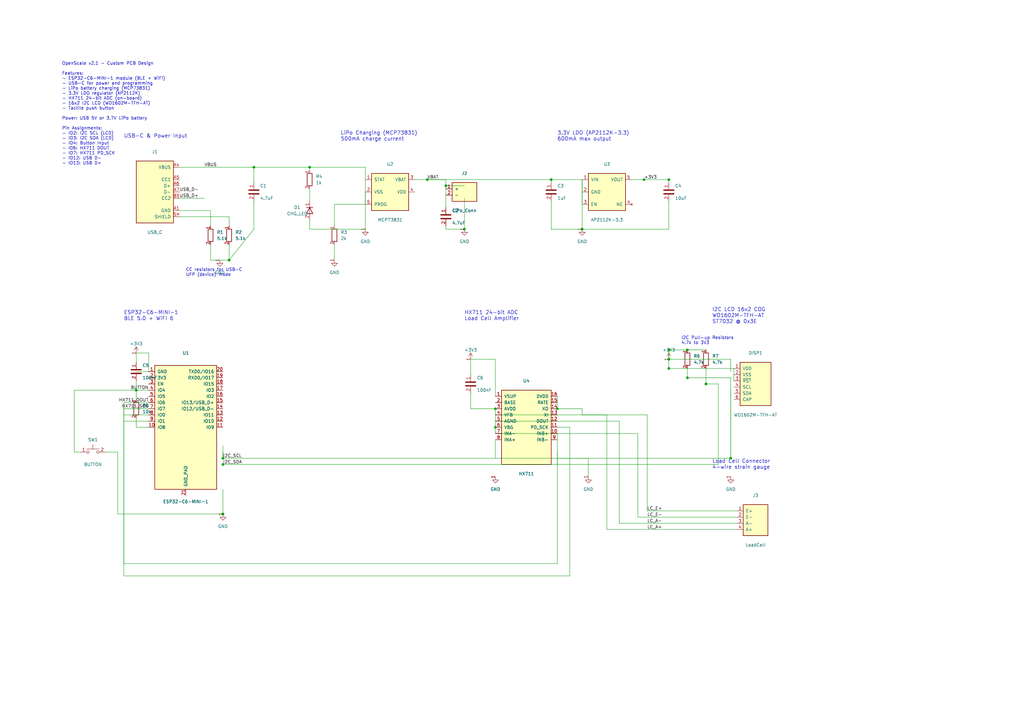
<source format=kicad_sch>
(kicad_sch (version 20250114) (generator "eeschema") (generator_version "9.0")
  (paper "A3")
  (title_block (title "OpenScale - Force Measurement Device") (date "2025-01-30") (rev "2.1") (comment 1 "Bluetooth-enabled force measurement for climbing training") (comment 2 "ESP32-C6 + HX711 + USB-C + LiPo Charging + WO1602M LCD"))
  (lib_symbols
    (symbol "Device:C" (pin_names (offset 0.254) (hide yes))
      (property "Reference" "C" (at 0.635 2.54 0))
      (property "Value" "C" (at 0.635 -2.54 0))
      (symbol "C_0_1"
        (polyline (pts (xy -2.032 0.762) (xy 2.032 0.762)) (stroke (width 0.508)))
        (polyline (pts (xy -2.032 -0.762) (xy 2.032 -0.762)) (stroke (width 0.508)))
      )
      (symbol "C_1_1"
        (pin passive line (at 0 3.81 270) (length 2.794) (name "~") (number "1"))
        (pin passive line (at 0 -3.81 90) (length 2.794) (name "~") (number "2"))
      )
    )
    (symbol "Device:LED" (pin_names (offset 1.016) (hide yes))
      (property "Reference" "D" (at 0 3.81 0))
      (property "Value" "LED" (at 0 -3.81 0))
      (symbol "LED_0_1"
        (polyline (pts (xy -1.27 0) (xy 1.27 0)))
        (polyline (pts (xy -1.27 -1.27) (xy -1.27 1.27)) (stroke (width 0.254)))
        (polyline (pts (xy 1.27 -1.27) (xy 1.27 1.27) (xy -1.27 0) (xy 1.27 -1.27)) (stroke (width 0.254)))
      )
      (symbol "LED_1_1"
        (pin passive line (at -3.81 0 0) (length 2.54) (name "K") (number "1"))
        (pin passive line (at 3.81 0 180) (length 2.54) (name "A") (number "2"))
      )
    )
    (symbol "Device:R" (pin_names (offset 0) (hide yes))
      (property "Reference" "R" (at 2.032 0 90))
      (property "Value" "R" (at 0 0 90))
      (symbol "R_0_1"
        (rectangle (start -1.016 -2.54) (end 1.016 2.54) (stroke (width 0.254)))
      )
      (symbol "R_1_1"
        (pin passive line (at 0 3.81 270) (length 1.27) (name "~") (number "1"))
        (pin passive line (at 0 -3.81 90) (length 1.27) (name "~") (number "2"))
      )
    )
    (symbol "OpenScale:AP2112K-3.3" (pin_names (offset 1.016))
      (property "Reference" "U" (at 0 8.89 0))
      (property "Value" "AP2112K-3.3" (at 0 -8.89 0))
      (symbol "AP2112K-3.3_0_1"
        (rectangle (start -7.62 7.62) (end 7.62 -7.62) (stroke (width 0.254)) (fill (type background)))
      )
      (symbol "AP2112K-3.3_1_1"
        (pin power_in line (at -10.16 5.08 0) (length 2.54) (name "VIN") (number "1"))
        (pin power_in line (at -10.16 0 0) (length 2.54) (name "GND") (number "2"))
        (pin input line (at -10.16 -5.08 0) (length 2.54) (name "EN") (number "3"))
        (pin power_out line (at 10.16 5.08 180) (length 2.54) (name "VOUT") (number "5"))
        (pin no_connect line (at 10.16 -5.08 180) (length 2.54) (name "NC") (number "4"))
      )
    )
    (symbol "OpenScale:Battery_Conn" (pin_names (offset 1.016))
      (property "Reference" "J" (at 0 5.08 0))
      (property "Value" "LiPo_Conn" (at 0 -5.08 0))
      (symbol "Battery_Conn_0_1"
        (rectangle (start -5.08 3.81) (end 5.08 -3.81) (stroke (width 0.254)) (fill (type background)))
      )
      (symbol "Battery_Conn_1_1"
        (pin power_out line (at -7.62 1.27 0) (length 2.54) (name "+") (number "1"))
        (pin power_in line (at -7.62 -1.27 0) (length 2.54) (name "-") (number "2"))
      )
    )
    (symbol "OpenScale:ESP32-C6-MINI-1" (pin_names (offset 1.016))
      (property "Reference" "U" (at 0 26.67 0))
      (property "Value" "ESP32-C6-MINI-1" (at 0 -26.67 0))
      (symbol "ESP32-C6-MINI-1_0_1"
        (rectangle (start -12.7 25.4) (end 12.7 -25.4) (stroke (width 0.254)) (fill (type background)))
      )
      (symbol "ESP32-C6-MINI-1_1_1"
        (pin power_in line (at -15.24 22.86 0) (length 2.54) (name "GND") (number "1"))
        (pin power_in line (at -15.24 20.32 0) (length 2.54) (name "3V3") (number "2"))
        (pin input line (at -15.24 17.78 0) (length 2.54) (name "EN") (number "3"))
        (pin bidirectional line (at -15.24 15.24 0) (length 2.54) (name "IO4") (number "4"))
        (pin bidirectional line (at -15.24 12.7 0) (length 2.54) (name "IO5") (number "5"))
        (pin bidirectional line (at -15.24 10.16 0) (length 2.54) (name "IO6") (number "6"))
        (pin bidirectional line (at -15.24 7.62 0) (length 2.54) (name "IO7") (number "7"))
        (pin bidirectional line (at -15.24 5.08 0) (length 2.54) (name "IO0") (number "8"))
        (pin bidirectional line (at -15.24 2.54 0) (length 2.54) (name "IO1") (number "9"))
        (pin bidirectional line (at -15.24 0 0) (length 2.54) (name "IO8") (number "10"))
        (pin power_in line (at 0 -27.94 90) (length 2.54) (name "GND_PAD") (number "21"))
        (pin output line (at 15.24 22.86 180) (length 2.54) (name "TXD0/IO16") (number "20"))
        (pin input line (at 15.24 20.32 180) (length 2.54) (name "RXD0/IO17") (number "19"))
        (pin bidirectional line (at 15.24 17.78 180) (length 2.54) (name "IO15") (number "18"))
        (pin bidirectional line (at 15.24 15.24 180) (length 2.54) (name "IO3") (number "17"))
        (pin bidirectional line (at 15.24 12.7 180) (length 2.54) (name "IO2") (number "16"))
        (pin bidirectional line (at 15.24 10.16 180) (length 2.54) (name "IO13/USB_D+") (number "15"))
        (pin bidirectional line (at 15.24 7.62 180) (length 2.54) (name "IO12/USB_D-") (number "14"))
        (pin bidirectional line (at 15.24 5.08 180) (length 2.54) (name "IO11") (number "13"))
        (pin bidirectional line (at 15.24 2.54 180) (length 2.54) (name "IO10") (number "12"))
        (pin bidirectional line (at 15.24 0 180) (length 2.54) (name "IO9") (number "11"))
      )
    )
    (symbol "OpenScale:HX711" (pin_names (offset 1.016))
      (property "Reference" "U" (at 0 16.51 0))
      (property "Value" "HX711" (at 0 -16.51 0))
      (symbol "HX711_0_1"
        (rectangle (start -10.16 15.24) (end 10.16 -15.24) (stroke (width 0.254)) (fill (type background)))
      )
      (symbol "HX711_1_1"
        (pin power_in line (at -12.7 12.7 0) (length 2.54) (name "VSUP") (number "1"))
        (pin output line (at -12.7 10.16 0) (length 2.54) (name "BASE") (number "2"))
        (pin power_out line (at -12.7 7.62 0) (length 2.54) (name "AVDD") (number "3"))
        (pin power_in line (at -12.7 5.08 0) (length 2.54) (name "VFB") (number "4"))
        (pin power_in line (at -12.7 2.54 0) (length 2.54) (name "AGND") (number "5"))
        (pin power_out line (at -12.7 0 0) (length 2.54) (name "VBG") (number "6"))
        (pin input line (at -12.7 -2.54 0) (length 2.54) (name "INA-") (number "7"))
        (pin input line (at -12.7 -5.08 0) (length 2.54) (name "INA+") (number "8"))
        (pin power_in line (at 12.7 12.7 180) (length 2.54) (name "DVDD") (number "16"))
        (pin input line (at 12.7 10.16 180) (length 2.54) (name "RATE") (number "15"))
        (pin output line (at 12.7 7.62 180) (length 2.54) (name "XO") (number "14"))
        (pin input line (at 12.7 5.08 180) (length 2.54) (name "XI") (number "13"))
        (pin output line (at 12.7 2.54 180) (length 2.54) (name "DOUT") (number "12"))
        (pin input line (at 12.7 0 180) (length 2.54) (name "PD_SCK") (number "11"))
        (pin input line (at 12.7 -2.54 180) (length 2.54) (name "INB+") (number "10"))
        (pin input line (at 12.7 -5.08 180) (length 2.54) (name "INB-") (number "9"))
      )
    )
    (symbol "OpenScale:LoadCell_4Pin" (pin_names (offset 1.016))
      (property "Reference" "J" (at 0 7.62 0))
      (property "Value" "LoadCell" (at 0 -7.62 0))
      (symbol "LoadCell_4Pin_0_1"
        (rectangle (start -5.08 6.35) (end 5.08 -6.35) (stroke (width 0.254)) (fill (type background)))
      )
      (symbol "LoadCell_4Pin_1_1"
        (pin passive line (at -7.62 3.81 0) (length 2.54) (name "E+") (number "1"))
        (pin passive line (at -7.62 1.27 0) (length 2.54) (name "E-") (number "2"))
        (pin passive line (at -7.62 -1.27 0) (length 2.54) (name "A-") (number "3"))
        (pin passive line (at -7.62 -3.81 0) (length 2.54) (name "A+") (number "4"))
      )
    )
    (symbol "OpenScale:MCP73831" (pin_names (offset 1.016))
      (property "Reference" "U" (at 0 8.89 0))
      (property "Value" "MCP73831" (at 0 -8.89 0))
      (symbol "MCP73831_0_1"
        (rectangle (start -7.62 7.62) (end 7.62 -7.62) (stroke (width 0.254)) (fill (type background)))
      )
      (symbol "MCP73831_1_1"
        (pin output line (at -10.16 5.08 0) (length 2.54) (name "STAT") (number "1"))
        (pin power_in line (at -10.16 0 0) (length 2.54) (name "VSS") (number "2"))
        (pin input line (at -10.16 -5.08 0) (length 2.54) (name "PROG") (number "5"))
        (pin power_out line (at 10.16 5.08 180) (length 2.54) (name "VBAT") (number "3"))
        (pin power_in line (at 10.16 0 180) (length 2.54) (name "VDD") (number "4"))
      )
    )
    (symbol "OpenScale:WO1602M_I2C" (pin_names (offset 1.016))
      (property "Reference" "DISP" (at 0 10.16 0))
      (property "Value" "WO1602M-TFH-AT" (at 0 -10.16 0))
      (symbol "WO1602M_I2C_0_1"
        (rectangle (start -6.35 8.89) (end 6.35 -8.89) (stroke (width 0.254)) (fill (type background)))
      )
      (symbol "WO1602M_I2C_1_1"
        (pin power_in line (at -8.89 6.35 0) (length 2.54) (name "VDD") (number "1"))
        (pin power_in line (at -8.89 3.81 0) (length 2.54) (name "VSS") (number "2"))
        (pin input line (at -8.89 1.27 0) (length 2.54) (name "~{RST}") (number "3"))
        (pin bidirectional line (at -8.89 -1.27 0) (length 2.54) (name "SCL") (number "4"))
        (pin bidirectional line (at -8.89 -3.81 0) (length 2.54) (name "SDA") (number "5"))
        (pin passive line (at -8.89 -6.35 0) (length 2.54) (name "CAP") (number "6"))
      )
    )
    (symbol "OpenScale:USB_C_Receptacle" (pin_names (offset 1.016))
      (property "Reference" "J" (at 0 13.97 0))
      (property "Value" "USB_C" (at 0 -13.97 0))
      (symbol "USB_C_Receptacle_0_1"
        (rectangle (start -7.62 12.7) (end 7.62 -12.7) (stroke (width 0.254)) (fill (type background)))
      )
      (symbol "USB_C_Receptacle_1_1"
        (pin power_out line (at 10.16 10.16 180) (length 2.54) (name "VBUS") (number "A4"))
        (pin bidirectional line (at 10.16 5.08 180) (length 2.54) (name "CC1") (number "A5"))
        (pin bidirectional line (at 10.16 2.54 180) (length 2.54) (name "D+") (number "A6"))
        (pin bidirectional line (at 10.16 0 180) (length 2.54) (name "D-") (number "A7"))
        (pin bidirectional line (at 10.16 -2.54 180) (length 2.54) (name "CC2") (number "B5"))
        (pin power_in line (at 10.16 -7.62 180) (length 2.54) (name "GND") (number "A1"))
        (pin passive line (at 10.16 -10.16 180) (length 2.54) (name "SHIELD") (number "SH"))
      )
    )
    (symbol "Switch:SW_Push" (pin_names (offset 1.016) (hide yes))
      (property "Reference" "SW" (at 1.27 2.54 0))
      (property "Value" "SW_Push" (at 0 -1.524 0))
      (symbol "SW_Push_0_1"
        (circle (center -2.032 0) (radius 0.508))
        (polyline (pts (xy 0 1.27) (xy 0 3.048)))
        (circle (center 2.032 0) (radius 0.508))
        (polyline (pts (xy 2.54 1.27) (xy -2.54 1.27)))
        (pin passive line (at -5.08 0 0) (length 2.54) (name "1") (number "1"))
        (pin passive line (at 5.08 0 180) (length 2.54) (name "2") (number "2"))
      )
    )
    (symbol "power:+3V3" (power) (pin_names (offset 0))
      (property "Value" "+3V3" (at 0 3.556 0))
      (symbol "+3V3_0_1"
        (polyline (pts (xy -0.762 1.27) (xy 0 2.54)))
        (polyline (pts (xy 0 2.54) (xy 0.762 1.27)))
        (polyline (pts (xy 0 0) (xy 0 2.54)))
      )
      (symbol "+3V3_1_1"
        (pin power_in line (at 0 0 90) (length 0) (name "~") (number "1"))
      )
    )
    (symbol "power:GND" (power) (pin_names (offset 0))
      (property "Value" "GND" (at 0 -3.81 0))
      (symbol "GND_0_1"
        (polyline (pts (xy 0 0) (xy 0 -1.27) (xy 1.27 -1.27) (xy 0 -2.54) (xy -1.27 -1.27) (xy 0 -1.27)))
      )
      (symbol "GND_1_1"
        (pin power_in line (at 0 0 270) (length 0) (name "~") (number "1"))
      )
    )
    (symbol "power:VBAT" (power) (pin_names (offset 0))
      (property "Value" "VBAT" (at 0 3.556 0))
      (symbol "VBAT_0_1"
        (polyline (pts (xy -0.762 1.27) (xy 0 2.54)))
        (polyline (pts (xy 0 2.54) (xy 0.762 1.27)))
        (polyline (pts (xy 0 0) (xy 0 2.54)))
      )
      (symbol "VBAT_1_1"
        (pin power_in line (at 0 0 90) (length 0) (name "~") (number "1"))
      )
    )
    (symbol "power:VBUS" (power) (pin_names (offset 0))
      (property "Value" "VBUS" (at 0 3.556 0))
      (symbol "VBUS_0_1"
        (polyline (pts (xy -0.762 1.27) (xy 0 2.54)))
        (polyline (pts (xy 0 2.54) (xy 0.762 1.27)))
        (polyline (pts (xy 0 0) (xy 0 2.54)))
      )
      (symbol "VBUS_1_1"
        (pin power_in line (at 0 0 90) (length 0) (name "~") (number "1"))
      )
    )
  )
  (text "OpenScale v2.1 - Custom PCB Design\n\nFeatures:\n- ESP32-C6-MINI-1 module (BLE + WiFi)\n- USB-C for power and programming\n- LiPo battery charging (MCP73831)\n- 3.3V LDO regulator (AP2112K)\n- HX711 24-bit ADC (on-board)\n- 16x2 I2C LCD (WO1602M-TFH-AT)\n- Tactile push button\n\nPower: USB 5V or 3.7V LiPo battery\n\nPin Assignments:\n- IO2: I2C SCL (LCD)\n- IO3: I2C SDA (LCD)\n- IO4: Button Input\n- IO6: HX711 DOUT\n- IO7: HX711 PD_SCK\n- IO12: USB D-\n- IO13: USB D+" (at 25.4 25.4 0) (effects (font (size 1.27 1.27)) (justify left top)))
  (text "USB-C & Power Input" (at 50.8 55.88 0) (effects (font (size 1.524 1.524)) (justify left)))
  (text "LiPo Charging (MCP73831)\n500mA charge current" (at 139.7 55.88 0) (effects (font (size 1.524 1.524)) (justify left)))
  (text "3.3V LDO (AP2112K-3.3)\n600mA max output" (at 228.6 55.88 0) (effects (font (size 1.524 1.524)) (justify left)))
  (text "ESP32-C6-MINI-1\nBLE 5.0 + WiFi 6" (at 50.8 129.54 0) (effects (font (size 1.524 1.524)) (justify left)))
  (text "HX711 24-bit ADC\nLoad Cell Amplifier" (at 190.5 129.54 0) (effects (font (size 1.524 1.524)) (justify left)))
  (text "I2C LCD 16x2 COG\nWO1602M-TFH-AT\nST7032 @ 0x3E" (at 292.1 129.54 0) (effects (font (size 1.524 1.524)) (justify left)))
  (text "Load Cell Connector\n4-wire strain gauge" (at 292.1 190.5 0) (effects (font (size 1.524 1.524)) (justify left)))
  (text "CC resistors for USB-C\nUFP (device) mode" (at 76.2 111.76 0) (effects (font (size 1.27 1.27)) (justify left)))
  (text "I2C Pull-up Resistors\n4.7k to 3V3" (at 279.4 139.7 0) (effects (font (size 1.27 1.27)) (justify left)))
  (label "BUTTON" (at 60.96 160.02 180))
  (label "HX711_DOUT" (at 60.96 165.1 180))
  (label "+3V3" (at 264.16 73.66 0))
  (label "LC_A-" (at 265.43 214.63 0))
  (label "LC_E+" (at 265.43 209.55 0))
  (label "USB_D+" (at 73.66 81.28 0))
  (label "LC_A+" (at 265.43 217.17 0))
  (label "HX711_SCK" (at 60.96 167.64 180))
  (label "LC_E-" (at 265.43 212.09 0))
  (label "I2C_SCL" (at 91.44 187.96 0))
  (label "VBUS" (at 83.82 68.58 0))
  (label "USB_D-" (at 73.66 78.74 0))
  (label "VBAT" (at 175.26 73.66 0))
  (label "I2C_SDA" (at 91.44 190.5 0))
  (symbol (lib_id "OpenScale:USB_C_Receptacle") (at 63.5 78.74 0) (unit 1)
    (property "Reference" "J1" (at 63.5 62.23 0))
    (property "Value" "USB_C" (at 63.5 95.25 0))
    (property "Footprint" "Connector_USB:USB_C_Receptacle_GCT_USB4085" (effects (hide yes)))
  )
  (symbol (lib_id "OpenScale:MCP73831") (at 160.02 78.74 0) (unit 1)
    (property "Reference" "U2" (at 160.02 67.31 0))
    (property "Value" "MCP73831" (at 160.02 90.17 0))
    (property "Footprint" "Package_TO_SOT_SMD:SOT-23-5" (effects (hide yes)))
  )
  (symbol (lib_id "OpenScale:AP2112K-3.3") (at 248.92 78.74 0) (unit 1)
    (property "Reference" "U3" (at 248.92 67.31 0))
    (property "Value" "AP2112K-3.3" (at 248.92 90.17 0))
    (property "Footprint" "Package_TO_SOT_SMD:SOT-23-5" (effects (hide yes)))
  )
  (symbol (lib_id "OpenScale:ESP32-C6-MINI-1") (at 76.2 175.26 0) (unit 1)
    (property "Reference" "U1" (at 76.2 144.78 0))
    (property "Value" "ESP32-C6-MINI-1" (at 76.2 205.74 0))
    (property "Footprint" "RF_Module:ESP32-C6-MINI-1" (effects (hide yes)))
  )
  (symbol (lib_id "OpenScale:HX711") (at 215.9 175.26 0) (unit 1)
    (property "Reference" "U4" (at 215.9 156.21 0))
    (property "Value" "HX711" (at 215.9 194.31 0))
    (property "Footprint" "Package_SO:SOP-16_4.4x10.4mm_P1.27mm" (effects (hide yes)))
  )
  (symbol (lib_id "OpenScale:WO1602M_I2C") (at 309.88 157.48 0) (unit 1)
    (property "Reference" "DISP1" (at 309.88 144.78 0))
    (property "Value" "WO1602M-TFH-AT" (at 309.88 170.18 0))
    (property "Footprint" "OpenScale:WO1602M-TFH-AT" (effects (hide yes)))
    (property "Datasheet" "https://www.winstar.com.tw/products/cog-lcd-module-display/wo1602m.html" (effects (hide yes)))
    (property "Description" "16x2 COG LCD with ST7032 I2C controller" (effects (hide yes)))
    (property "MPN" "WO1602M-TFH-AT" (effects (hide yes)))
    (property "Supplier" "DigiKey" (effects (hide yes)))
  )
  (symbol (lib_id "OpenScale:LoadCell_4Pin") (at 309.88 213.36 0) (unit 1)
    (property "Reference" "J3" (at 309.88 203.2 0))
    (property "Value" "LoadCell" (at 309.88 223.52 0))
    (property "Footprint" "Connector_JST:JST_XH_B4B-XH-A_1x04_P2.50mm_Vertical" (effects (hide yes)))
  )
  (symbol (lib_id "OpenScale:Battery_Conn") (at 190.5 78.74 0) (unit 1)
    (property "Reference" "J2" (at 190.5 71.12 0))
    (property "Value" "LiPo_Conn" (at 190.5 86.36 0))
    (property "Footprint" "Connector_JST:JST_PH_B2B-PH-K_1x02_P2.00mm_Vertical" (effects (hide yes)))
  )
  (symbol (lib_id "Switch:SW_Push") (at 38.1 185.42 0) (unit 1)
    (property "Reference" "SW1" (at 38.1 180.34 0))
    (property "Value" "BUTTON" (at 38.1 190.5 0))
    (property "Footprint" "Button_Switch_SMD:SW_SPST_TL3342" (effects (hide yes)))
  )
  (symbol (lib_id "Device:R") (at 86.36 96.52 0) (unit 1)
    (property "Reference" "R1" (at 88.9 95.25 0) (effects (justify left)))
    (property "Value" "5.1k" (at 88.9 97.79 0) (effects (justify left)))
    (property "Footprint" "Resistor_SMD:R_0805_2012Metric" (effects (hide yes)))
  )
  (symbol (lib_id "Device:R") (at 93.98 96.52 0) (unit 1)
    (property "Reference" "R2" (at 96.52 95.25 0) (effects (justify left)))
    (property "Value" "5.1k" (at 96.52 97.79 0) (effects (justify left)))
    (property "Footprint" "Resistor_SMD:R_0805_2012Metric" (effects (hide yes)))
  )
  (symbol (lib_id "Device:R") (at 137.16 96.52 0) (unit 1)
    (property "Reference" "R3" (at 139.7 95.25 0) (effects (justify left)))
    (property "Value" "2k" (at 139.7 97.79 0) (effects (justify left)))
    (property "Footprint" "Resistor_SMD:R_0805_2012Metric" (effects (hide yes)))
  )
  (symbol (lib_id "Device:R") (at 127 73.66 0) (unit 1)
    (property "Reference" "R4" (at 129.54 72.39 0) (effects (justify left)))
    (property "Value" "1k" (at 129.54 74.93 0) (effects (justify left)))
    (property "Footprint" "Resistor_SMD:R_0805_2012Metric" (effects (hide yes)))
  )
  (symbol (lib_id "Device:R") (at 55.88 167.64 0) (unit 1)
    (property "Reference" "R5" (at 58.42 166.37 0) (effects (justify left)))
    (property "Value" "10k" (at 58.42 168.91 0) (effects (justify left)))
    (property "Footprint" "Resistor_SMD:R_0805_2012Metric" (effects (hide yes)))
  )
  (symbol (lib_id "Device:R") (at 281.94 147.32 0) (unit 1)
    (property "Reference" "R6" (at 284.48 146.05 0) (effects (justify left)))
    (property "Value" "4.7k" (at 284.48 148.59 0) (effects (justify left)))
    (property "Footprint" "Resistor_SMD:R_0805_2012Metric" (effects (hide yes)))
    (property "Description" "I2C SCL pull-up resistor" (effects (hide yes)))
  )
  (symbol (lib_id "Device:R") (at 289.56 147.32 0) (unit 1)
    (property "Reference" "R7" (at 292.1 146.05 0) (effects (justify left)))
    (property "Value" "4.7k" (at 292.1 148.59 0) (effects (justify left)))
    (property "Footprint" "Resistor_SMD:R_0805_2012Metric" (effects (hide yes)))
    (property "Description" "I2C SDA pull-up resistor" (effects (hide yes)))
  )
  (symbol (lib_id "Device:LED") (at 127 86.36 270) (unit 1)
    (property "Reference" "D1" (at 121.92 85.09 90))
    (property "Value" "CHG_LED" (at 121.92 87.63 90))
    (property "Footprint" "LED_SMD:LED_0805_2012Metric" (effects (hide yes)))
  )
  (symbol (lib_id "Device:C") (at 104.14 78.74 0) (unit 1)
    (property "Reference" "C1" (at 106.68 76.2 0) (effects (justify left)))
    (property "Value" "4.7uF" (at 106.68 81.28 0) (effects (justify left)))
    (property "Footprint" "Capacitor_SMD:C_0805_2012Metric" (effects (hide yes)))
  )
  (symbol (lib_id "Device:C") (at 182.88 88.9 0) (unit 1)
    (property "Reference" "C2" (at 185.42 86.36 0) (effects (justify left)))
    (property "Value" "4.7uF" (at 185.42 91.44 0) (effects (justify left)))
    (property "Footprint" "Capacitor_SMD:C_0805_2012Metric" (effects (hide yes)))
  )
  (symbol (lib_id "Device:C") (at 226.06 78.74 0) (unit 1)
    (property "Reference" "C3" (at 228.6 76.2 0) (effects (justify left)))
    (property "Value" "1uF" (at 228.6 81.28 0) (effects (justify left)))
    (property "Footprint" "Capacitor_SMD:C_0805_2012Metric" (effects (hide yes)))
  )
  (symbol (lib_id "Device:C") (at 274.32 78.74 0) (unit 1)
    (property "Reference" "C4" (at 276.86 76.2 0) (effects (justify left)))
    (property "Value" "10uF" (at 276.86 81.28 0) (effects (justify left)))
    (property "Footprint" "Capacitor_SMD:C_0805_2012Metric" (effects (hide yes)))
  )
  (symbol (lib_id "Device:C") (at 55.88 152.4 0) (unit 1)
    (property "Reference" "C5" (at 58.42 149.86 0) (effects (justify left)))
    (property "Value" "100nF" (at 58.42 154.94 0) (effects (justify left)))
    (property "Footprint" "Capacitor_SMD:C_0805_2012Metric" (effects (hide yes)))
  )
  (symbol (lib_id "Device:C") (at 193.04 157.48 0) (unit 1)
    (property "Reference" "C6" (at 195.58 154.94 0) (effects (justify left)))
    (property "Value" "100nF" (at 195.58 160.02 0) (effects (justify left)))
    (property "Footprint" "Capacitor_SMD:C_0805_2012Metric" (effects (hide yes)))
  )
  (symbol (lib_id "power:GND") (at 90.17 106.68 0) (unit 1)
    (property "Reference" "#PWR01" (effects (hide yes)))
    (property "Value" "GND" (at 90.17 111.76 0))
  )
  (symbol (lib_id "power:GND") (at 137.16 106.68 0) (unit 1)
    (property "Reference" "#PWR02" (effects (hide yes)))
    (property "Value" "GND" (at 137.16 111.76 0))
  )
  (symbol (lib_id "power:GND") (at 149.86 93.98 0) (unit 1)
    (property "Reference" "#PWR03" (effects (hide yes)))
    (property "Value" "GND" (at 149.86 99.06 0))
  )
  (symbol (lib_id "power:GND") (at 190.5 93.98 0) (unit 1)
    (property "Reference" "#PWR04" (effects (hide yes)))
    (property "Value" "GND" (at 190.5 99.06 0))
  )
  (symbol (lib_id "power:GND") (at 238.76 93.98 0) (unit 1)
    (property "Reference" "#PWR05" (effects (hide yes)))
    (property "Value" "GND" (at 238.76 99.06 0))
  )
  (symbol (lib_id "power:GND") (at 91.44 210.82 0) (unit 1)
    (property "Reference" "#PWR06" (effects (hide yes)))
    (property "Value" "GND" (at 91.44 215.9 0))
  )
  (symbol (lib_id "power:GND") (at 203.2 195.58 0) (unit 1)
    (property "Reference" "#PWR07" (effects (hide yes)))
    (property "Value" "GND" (at 203.2 200.66 0))
  )
  (symbol (lib_id "power:GND") (at 241.3 195.58 0) (unit 1)
    (property "Reference" "#PWR08" (effects (hide yes)))
    (property "Value" "GND" (at 241.3 200.66 0))
  )
  (symbol (lib_id "power:GND") (at 299.72 195.58 0) (unit 1)
    (property "Reference" "#PWR09" (effects (hide yes)))
    (property "Value" "GND" (at 299.72 200.66 0))
  )
  (symbol (lib_id "power:+3V3") (at 55.88 144.78 0) (unit 1)
    (property "Reference" "#PWR10" (effects (hide yes)))
    (property "Value" "+3V3" (at 55.88 140.97 0))
  )
  (symbol (lib_id "power:+3V3") (at 193.04 147.32 0) (unit 1)
    (property "Reference" "#PWR11" (effects (hide yes)))
    (property "Value" "+3V3" (at 193.04 143.51 0))
  )
  (symbol (lib_id "power:+3V3") (at 274.32 147.32 0) (unit 1)
    (property "Reference" "#PWR12" (effects (hide yes)))
    (property "Value" "+3V3" (at 274.32 143.51 0))
  )
  (wire (pts (xy 73.66 68.58) (xy 83.82 68.58)))
  (wire (pts (xy 83.82 68.58) (xy 104.14 68.58)))
  (wire (pts (xy 104.14 68.58) (xy 104.14 74.93)))
  (wire (pts (xy 104.14 68.58) (xy 127 68.58)))
  (wire (pts (xy 127 68.58) (xy 127 69.85)))
  (wire (pts (xy 127 68.58) (xy 149.86 68.58)))
  (wire (pts (xy 149.86 68.58) (xy 149.86 73.66)))
  (wire (pts (xy 149.86 73.66) (xy 149.86 78.74)))
  (wire (pts (xy 127 77.47) (xy 127 82.55)))
  (wire (pts (xy 127 90.17) (xy 127 93.98)))
  (wire (pts (xy 127 93.98) (xy 149.86 93.98)))
  (wire (pts (xy 149.86 78.74) (xy 149.86 83.82)))
  (wire (pts (xy 149.86 83.82) (xy 137.16 83.82)))
  (wire (pts (xy 137.16 83.82) (xy 137.16 92.71)))
  (wire (pts (xy 137.16 100.33) (xy 137.16 106.68)))
  (wire (pts (xy 170.18 73.66) (xy 175.26 73.66)))
  (wire (pts (xy 175.26 73.66) (xy 182.88 73.66)))
  (wire (pts (xy 182.88 73.66) (xy 182.88 76.2)))
  (wire (pts (xy 182.88 85.09) (xy 182.88 76.2)))
  (wire (pts (xy 182.88 76.2) (xy 190.5 76.2)))
  (wire (pts (xy 190.5 81.28) (xy 190.5 93.98)))
  (wire (pts (xy 182.88 92.71) (xy 182.88 93.98)))
  (wire (pts (xy 182.88 93.98) (xy 190.5 93.98)))
  (wire (pts (xy 149.86 93.98) (xy 149.86 78.74)))
  (wire (pts (xy 175.26 73.66) (xy 210.82 73.66)))
  (wire (pts (xy 210.82 73.66) (xy 226.06 73.66)))
  (wire (pts (xy 226.06 73.66) (xy 226.06 74.93)))
  (wire (pts (xy 226.06 73.66) (xy 238.76 73.66)))
  (wire (pts (xy 238.76 73.66) (xy 238.76 78.74)))
  (wire (pts (xy 238.76 73.66) (xy 238.76 83.82)))
  (wire (pts (xy 259.08 73.66) (xy 264.16 73.66)))
  (wire (pts (xy 264.16 73.66) (xy 274.32 73.66)))
  (wire (pts (xy 274.32 73.66) (xy 274.32 74.93)))
  (wire (pts (xy 226.06 82.55) (xy 226.06 93.98)))
  (wire (pts (xy 238.76 78.74) (xy 238.76 93.98)))
  (wire (pts (xy 226.06 93.98) (xy 238.76 93.98)))
  (wire (pts (xy 238.76 93.98) (xy 274.32 93.98)))
  (wire (pts (xy 274.32 82.55) (xy 274.32 93.98)))
  (wire (pts (xy 73.66 86.36) (xy 86.36 86.36)))
  (wire (pts (xy 86.36 86.36) (xy 86.36 92.71)))
  (wire (pts (xy 73.66 88.9) (xy 93.98 88.9)))
  (wire (pts (xy 93.98 88.9) (xy 93.98 92.71)))
  (wire (pts (xy 86.36 100.33) (xy 86.36 106.68)))
  (wire (pts (xy 93.98 100.33) (xy 93.98 106.68)))
  (wire (pts (xy 86.36 106.68) (xy 93.98 106.68)))
  (wire (pts (xy 104.14 82.55) (xy 104.14 93.98)))
  (wire (pts (xy 93.98 106.68) (xy 104.14 93.98)))
  (wire (pts (xy 73.66 78.74) (xy 73.66 78.74)))
  (wire (pts (xy 73.66 81.28) (xy 83.82 81.28)))
  (wire (pts (xy 60.96 152.4) (xy 55.88 152.4)))
  (wire (pts (xy 55.88 148.59) (xy 55.88 144.78)))
  (wire (pts (xy 55.88 156.21) (xy 55.88 160.02)))
  (wire (pts (xy 55.88 163.83) (xy 55.88 160.02)))
  (wire (pts (xy 55.88 171.45) (xy 55.88 175.26)))
  (wire (pts (xy 55.88 175.26) (xy 60.96 175.26)))
  (wire (pts (xy 55.88 144.78) (xy 60.96 144.78)))
  (wire (pts (xy 60.96 144.78) (xy 60.96 152.4)))
  (wire (pts (xy 60.96 160.02) (xy 55.88 160.02)))
  (wire (pts (xy 60.96 165.1) (xy 50.8 165.1)))
  (wire (pts (xy 60.96 167.64) (xy 50.8 167.64)))
  (wire (pts (xy 60.96 170.18) (xy 50.8 170.18)))
  (wire (pts (xy 60.96 172.72) (xy 50.8 172.72)))
  (wire (pts (xy 91.44 182.88) (xy 91.44 187.96)))
  (wire (pts (xy 91.44 185.42) (xy 91.44 190.5)))
  (wire (pts (xy 91.44 200.66) (xy 91.44 210.82)))
  (wire (pts (xy 33.02 185.42) (xy 30.48 185.42)))
  (wire (pts (xy 30.48 185.42) (xy 30.48 160.02)))
  (wire (pts (xy 30.48 160.02) (xy 55.88 160.02)))
  (wire (pts (xy 43.18 185.42) (xy 48.26 185.42)))
  (wire (pts (xy 48.26 185.42) (xy 48.26 210.82)))
  (wire (pts (xy 48.26 210.82) (xy 91.44 210.82)))
  (wire (pts (xy 50.8 165.1) (xy 50.8 231.14)))
  (wire (pts (xy 50.8 231.14) (xy 228.6 231.14)))
  (wire (pts (xy 228.6 231.14) (xy 228.6 177.8)))
  (wire (pts (xy 50.8 167.64) (xy 50.8 236.22)))
  (wire (pts (xy 50.8 236.22) (xy 233.68 236.22)))
  (wire (pts (xy 233.68 236.22) (xy 233.68 175.26)))
  (wire (pts (xy 233.68 175.26) (xy 228.6 175.26)))
  (wire (pts (xy 193.04 153.67) (xy 193.04 147.32)))
  (wire (pts (xy 193.04 147.32) (xy 203.2 147.32)))
  (wire (pts (xy 203.2 147.32) (xy 203.2 162.56)))
  (wire (pts (xy 193.04 161.29) (xy 193.04 167.64)))
  (wire (pts (xy 193.04 167.64) (xy 203.2 167.64)))
  (wire (pts (xy 203.2 167.64) (xy 203.2 175.26)))
  (wire (pts (xy 203.2 180.34) (xy 203.2 187.96)))
  (wire (pts (xy 228.6 162.56) (xy 228.6 167.64)))
  (wire (pts (xy 228.6 167.64) (xy 238.76 167.64)))
  (wire (pts (xy 238.76 167.64) (xy 238.76 170.18)))
  (wire (pts (xy 238.76 170.18) (xy 265.43 170.18)))
  (wire (pts (xy 265.43 170.18) (xy 265.43 209.55)))
  (wire (pts (xy 265.43 209.55) (xy 302.26 209.55)))
  (wire (pts (xy 203.2 175.26) (xy 203.2 177.8)))
  (wire (pts (xy 203.2 177.8) (xy 261.62 177.8)))
  (wire (pts (xy 261.62 177.8) (xy 261.62 212.09)))
  (wire (pts (xy 261.62 212.09) (xy 302.26 212.09)))
  (wire (pts (xy 203.2 172.72) (xy 254 172.72)))
  (wire (pts (xy 254 172.72) (xy 254 214.63)))
  (wire (pts (xy 254 214.63) (xy 302.26 214.63)))
  (wire (pts (xy 203.2 170.18) (xy 248.92 170.18)))
  (wire (pts (xy 248.92 170.18) (xy 248.92 217.17)))
  (wire (pts (xy 248.92 217.17) (xy 302.26 217.17)))
  (wire (pts (xy 228.6 185.42) (xy 228.6 190.5)))
  (wire (pts (xy 228.6 187.96) (xy 241.3 187.96)))
  (wire (pts (xy 241.3 187.96) (xy 241.3 195.58)))
  (wire (pts (xy 91.44 187.96) (xy 299.72 187.96)))
  (wire (pts (xy 299.72 187.96) (xy 299.72 154.94)))
  (wire (pts (xy 91.44 190.5) (xy 294.64 190.5)))
  (wire (pts (xy 294.64 190.5) (xy 294.64 157.48)))
  (wire (pts (xy 299.72 160.02) (xy 299.72 195.58)))
  (wire (pts (xy 299.72 152.4) (xy 299.72 147.32)))
  (wire (pts (xy 299.72 147.32) (xy 274.32 147.32)))
  (wire (pts (xy 274.32 147.32) (xy 274.32 73.66)))
  (wire (pts (xy 274.32 143.51) (xy 281.94 143.51)))
  (wire (pts (xy 281.94 143.51) (xy 289.56 143.51)))
  (wire (pts (xy 274.32 143.51) (xy 274.32 147.32)))
  (wire (pts (xy 281.94 151.13) (xy 281.94 154.94)))
  (wire (pts (xy 289.56 151.13) (xy 289.56 157.48)))
  (wire (pts (xy 281.94 154.94) (xy 299.72 154.94)))
  (wire (pts (xy 289.56 157.48) (xy 294.64 157.48)))
  (wire (pts (xy 300.99 156.21) (xy 300.99 151.13)))
  (wire (pts (xy 300.99 151.13) (xy 274.32 151.13)))
  (wire (pts (xy 274.32 147.32) (xy 274.32 151.13)))
  (junction (at 104.14 68.58))
  (junction (at 127 68.58))
  (junction (at 175.26 73.66))
  (junction (at 182.88 76.2))
  (junction (at 190.5 93.98))
  (junction (at 226.06 73.66))
  (junction (at 238.76 93.98))
  (junction (at 264.16 73.66))
  (junction (at 274.32 73.66))
  (junction (at 93.98 106.68))
  (junction (at 55.88 160.02))
  (junction (at 91.44 187.96))
  (junction (at 91.44 190.5))
  (junction (at 91.44 210.82))
  (junction (at 203.2 167.64))
  (junction (at 203.2 175.26))
  (junction (at 228.6 167.64))
  (junction (at 299.72 187.96))
  (junction (at 274.32 143.51))
  (junction (at 281.94 143.51))
  (junction (at 274.32 147.32))
  (junction (at 274.32 151.13))
  (junction (at 281.94 154.94))
  (junction (at 289.56 157.48))
)
</source>
